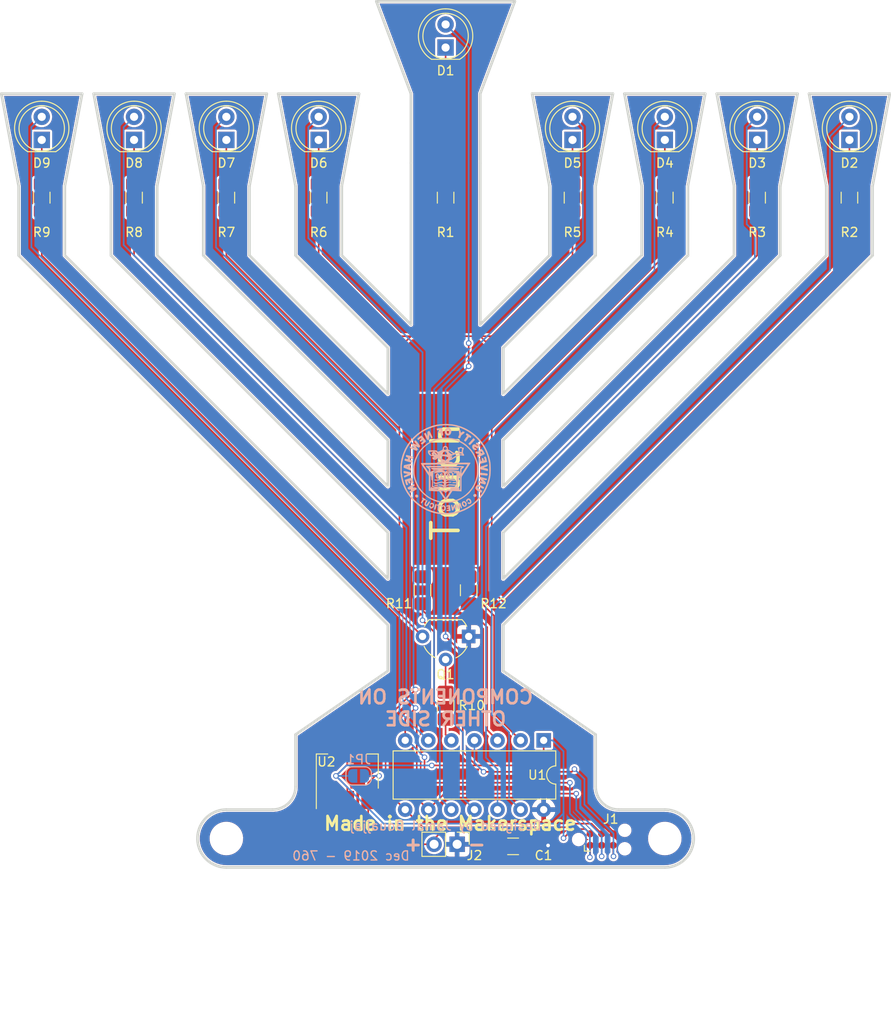
<source format=kicad_pcb>
(kicad_pcb (version 20190905) (host pcbnew "(5.99.0-126-g64b5e8bee)")
  (layers (0 "F.Cu" signal) (31 "B.Cu" signal) (34 "B.Paste" user) (35 "F.Paste" user) (36 "B.SilkS" user) (37 "F.SilkS" user) (38 "B.Mask" user hide) (39 "F.Mask" user hide) (44 "Edge.Cuts" user))
  (net 0 "")
  (net 1 "GND")
  (net 2 "Net-(D1-Pad1)")
  (net 3 "Net-(D2-Pad1)")
  (net 4 "Net-(D3-Pad1)")
  (net 5 "Net-(D4-Pad1)")
  (net 6 "Net-(D5-Pad1)")
  (net 7 "Net-(D6-Pad1)")
  (net 8 "Net-(D7-Pad1)")
  (net 9 "Net-(D8-Pad1)")
  (net 10 "Net-(D9-Pad1)")
  (net 11 "VCC")
  (net 12 "Net-(D2-Pad2)")
  (net 13 "Net-(D3-Pad2)")
  (net 14 "Net-(D4-Pad2)")
  (net 15 "Net-(D5-Pad2)")
  (net 16 "Net-(D6-Pad2)")
  (net 17 "Net-(D7-Pad2)")
  (net 18 "Net-(D8-Pad2)")
  (net 19 "Net-(D9-Pad2)")
  (net 20 "Net-(J1-Pad5)")
  (net 21 "Net-(Q1-Pad3)")
  (net 22 "Net-(Q1-Pad2)")
  (net 23 "Net-(R10-Pad1)")
  (net 24 "Net-(R11-Pad2)")
  (net 25 "CopperPad")
  (net 26 "Net-(R12-Pad2)")
  (net 27 "Net-(C1-Pad1)")
  (module "Package_TO_SOT_SMD:SOT-223-3_TabPin2" (layer "F.Cu") (at 136.5 120.25 90)
    (fp_text reference "U2" (at 1.05 -2.3 180) (layer "F.SilkS"))
    (fp_text value "NCP1117-5.0_SOT223")
    (pad "1" smd rect (at -3.15 -2.3 90) (size 2 1.5) (layers "F.Cu" "F.Paste" "F.Mask") (net 1 "GND"))
    (pad "3" smd rect (at -3.15 2.3 90) (size 2 1.5) (layers "F.Cu" "F.Paste" "F.Mask") (net 27 "Net-(C1-Pad1)"))
    (pad "2" smd rect (at -3.15 0 90) (size 2 1.5) (layers "F.Cu" "F.Paste" "F.Mask") (net 11 "VCC"))
    (pad "2" smd rect (at 3.15 0 90) (size 2 3.8) (layers "F.Cu" "F.Paste" "F.Mask") (net 11 "VCC"))
  )
  (module "Jumper:SolderJumper-2_P1.3mm_Open_RoundedPad1.0x1.5mm" (layer "B.Cu") (at 137.75 120.75 180)
    (fp_text reference "JP1" (at 0 1.8) (layer "B.SilkS") (effects (justify mirror)))
    (fp_text value "Jumper_2_Open")
    (pad "2" smd custom (at 0.65 0 180) (size 1 0.5) (layers "B.Cu" "B.Mask") (net 11 "VCC") (options (clearance outline) (anchor rect)) (primitives (gr_circle (center 0 -0.25) (end 0.5 -0.25) (width 0)) (gr_circle (center 0 0.25) (end 0.5 0.25) (width 0)) (gr_poly (pts (xy 0 0.75) (xy -0.5 0.75) (xy -0.5 -0.75) (xy 0 -0.75)) (width 0))))
    (pad "1" smd custom (at -0.65 0 180) (size 1 0.5) (layers "B.Cu" "B.Mask") (net 27 "Net-(C1-Pad1)") (options (clearance outline) (anchor rect)) (primitives (gr_circle (center 0 -0.25) (end 0.5 -0.25) (width 0)) (gr_circle (center 0 0.25) (end 0.5 0.25) (width 0)) (gr_poly (pts (xy 0 0.75) (xy 0.5 0.75) (xy 0.5 -0.75) (xy 0 -0.75)) (width 0))))
  )
  (module "Capacitor_SMD:C_1206_3216Metric_Pad1.42x1.75mm_HandSolder" (layer "F.Cu") (at 154.75 128.5)
    (fp_text reference "C1" (at 3.35 1) (layer "F.SilkS"))
    (fp_text value "10uF")
    (pad "2" smd roundrect (at 1.4875 0) (size 1.425 1.75) (layers "F.Cu" "F.Paste" "F.Mask") (roundrect_rratio 0.175439) (net 1 "GND"))
    (pad "1" smd roundrect (at -1.4875 0) (size 1.425 1.75) (layers "F.Cu" "F.Paste" "F.Mask") (roundrect_rratio 0.175439) (net 27 "Net-(C1-Pad1)"))
  )
  (module "Logo:UNH 10X10" (layer "B.Cu") (at 147.32 86.995 180)
    (fp_text reference "G***" hide)
    (fp_text value "LOGO" hide)
  )
  (module "Package_DIP:DIP-14_W7.62mm" (layer "F.Cu") (at 158.115 116.84 270)
    (fp_text reference "U1" (at 3.81 0.715 180) (layer "F.SilkS"))
    (fp_text value "ATtiny84-20PU")
    (pad "14" thru_hole oval (at 7.62 0 270) (size 1.6 1.6) (drill 0.8) (layers *.Cu *.Mask) (net 1 "GND"))
    (pad "7" thru_hole oval (at 0 15.24 270) (size 1.6 1.6) (drill 0.8) (layers *.Cu *.Mask) (net 18 "Net-(D8-Pad2)"))
    (pad "13" thru_hole oval (at 7.62 2.54 270) (size 1.6 1.6) (drill 0.8) (layers *.Cu *.Mask) (net 12 "Net-(D2-Pad2)"))
    (pad "6" thru_hole oval (at 0 12.7 270) (size 1.6 1.6) (drill 0.8) (layers *.Cu *.Mask) (net 19 "Net-(D9-Pad2)"))
    (pad "12" thru_hole oval (at 7.62 5.08 270) (size 1.6 1.6) (drill 0.8) (layers *.Cu *.Mask) (net 13 "Net-(D3-Pad2)"))
    (pad "5" thru_hole oval (at 0 10.16 270) (size 1.6 1.6) (drill 0.8) (layers *.Cu *.Mask) (net 23 "Net-(R10-Pad1)"))
    (pad "11" thru_hole oval (at 7.62 7.62 270) (size 1.6 1.6) (drill 0.8) (layers *.Cu *.Mask) (net 14 "Net-(D4-Pad2)"))
    (pad "4" thru_hole oval (at 0 7.62 270) (size 1.6 1.6) (drill 0.8) (layers *.Cu *.Mask) (net 20 "Net-(J1-Pad5)"))
    (pad "10" thru_hole oval (at 7.62 10.16 270) (size 1.6 1.6) (drill 0.8) (layers *.Cu *.Mask) (net 15 "Net-(D5-Pad2)"))
    (pad "3" thru_hole oval (at 0 5.08 270) (size 1.6 1.6) (drill 0.8) (layers *.Cu *.Mask) (net 24 "Net-(R11-Pad2)"))
    (pad "9" thru_hole oval (at 7.62 12.7 270) (size 1.6 1.6) (drill 0.8) (layers *.Cu *.Mask) (net 16 "Net-(D6-Pad2)"))
    (pad "2" thru_hole oval (at 0 2.54 270) (size 1.6 1.6) (drill 0.8) (layers *.Cu *.Mask) (net 26 "Net-(R12-Pad2)"))
    (pad "8" thru_hole oval (at 7.62 15.24 270) (size 1.6 1.6) (drill 0.8) (layers *.Cu *.Mask) (net 17 "Net-(D7-Pad2)"))
    (pad "1" thru_hole rect (at 0 0 270) (size 1.6 1.6) (drill 0.8) (layers *.Cu *.Mask) (net 11 "VCC"))
  )
  (module "Resistor_SMD:R_1206_3216Metric_Pad1.42x1.75mm_HandSolder" (layer "F.Cu") (at 149.86 100.33 270)
    (fp_text reference "R12" (at 1.47 -2.74 180) (layer "F.SilkS"))
    (fp_text value "R")
    (pad "2" smd roundrect (at 1.4875 0 270) (size 1.425 1.75) (layers "F.Cu" "F.Paste" "F.Mask") (roundrect_rratio 0.175439) (net 26 "Net-(R12-Pad2)"))
    (pad "1" smd roundrect (at -1.4875 0 270) (size 1.425 1.75) (layers "F.Cu" "F.Paste" "F.Mask") (roundrect_rratio 0.175439) (net 25 "CopperPad"))
  )
  (module "Resistor_SMD:R_1206_3216Metric_Pad1.42x1.75mm_HandSolder" (layer "F.Cu") (at 144.78 100.33 270)
    (fp_text reference "R11" (at 1.47 2.58 180) (layer "F.SilkS"))
    (fp_text value "R")
    (pad "2" smd roundrect (at 1.4875 0 270) (size 1.425 1.75) (layers "F.Cu" "F.Paste" "F.Mask") (roundrect_rratio 0.175439) (net 24 "Net-(R11-Pad2)"))
    (pad "1" smd roundrect (at -1.4875 0 270) (size 1.425 1.75) (layers "F.Cu" "F.Paste" "F.Mask") (roundrect_rratio 0.175439) (net 25 "CopperPad"))
  )
  (module "Resistor_SMD:R_1206_3216Metric_Pad1.42x1.75mm_HandSolder" (layer "F.Cu") (at 147.32 113.03 90)
    (fp_text reference "R10" (at 0.03 2.88 180) (layer "F.SilkS"))
    (fp_text value "R")
    (pad "2" smd roundrect (at 1.4875 0 90) (size 1.425 1.75) (layers "F.Cu" "F.Paste" "F.Mask") (roundrect_rratio 0.175439) (net 22 "Net-(Q1-Pad2)"))
    (pad "1" smd roundrect (at -1.4875 0 90) (size 1.425 1.75) (layers "F.Cu" "F.Paste" "F.Mask") (roundrect_rratio 0.175439) (net 23 "Net-(R10-Pad1)"))
  )
  (module "Resistor_SMD:R_1206_3216Metric_Pad1.42x1.75mm_HandSolder" (layer "F.Cu") (at 102.87 57.15 270)
    (fp_text reference "R9" (at 3.81 0 180) (layer "F.SilkS"))
    (fp_text value "R")
    (pad "2" smd roundrect (at 1.4875 0 270) (size 1.425 1.75) (layers "F.Cu" "F.Paste" "F.Mask") (roundrect_rratio 0.175439) (net 21 "Net-(Q1-Pad3)"))
    (pad "1" smd roundrect (at -1.4875 0 270) (size 1.425 1.75) (layers "F.Cu" "F.Paste" "F.Mask") (roundrect_rratio 0.175439) (net 10 "Net-(D9-Pad1)"))
  )
  (module "Resistor_SMD:R_1206_3216Metric_Pad1.42x1.75mm_HandSolder" (layer "F.Cu") (at 113.03 57.15 270)
    (fp_text reference "R8" (at 3.81 0 180) (layer "F.SilkS"))
    (fp_text value "R")
    (pad "2" smd roundrect (at 1.4875 0 270) (size 1.425 1.75) (layers "F.Cu" "F.Paste" "F.Mask") (roundrect_rratio 0.175439) (net 21 "Net-(Q1-Pad3)"))
    (pad "1" smd roundrect (at -1.4875 0 270) (size 1.425 1.75) (layers "F.Cu" "F.Paste" "F.Mask") (roundrect_rratio 0.175439) (net 9 "Net-(D8-Pad1)"))
  )
  (module "Resistor_SMD:R_1206_3216Metric_Pad1.42x1.75mm_HandSolder" (layer "F.Cu") (at 123.19 57.15 270)
    (fp_text reference "R7" (at 3.81 0 180) (layer "F.SilkS"))
    (fp_text value "R")
    (pad "2" smd roundrect (at 1.4875 0 270) (size 1.425 1.75) (layers "F.Cu" "F.Paste" "F.Mask") (roundrect_rratio 0.175439) (net 21 "Net-(Q1-Pad3)"))
    (pad "1" smd roundrect (at -1.4875 0 270) (size 1.425 1.75) (layers "F.Cu" "F.Paste" "F.Mask") (roundrect_rratio 0.175439) (net 8 "Net-(D7-Pad1)"))
  )
  (module "Resistor_SMD:R_1206_3216Metric_Pad1.42x1.75mm_HandSolder" (layer "F.Cu") (at 133.35 57.15 270)
    (fp_text reference "R6" (at 3.81 0 180) (layer "F.SilkS"))
    (fp_text value "R")
    (pad "2" smd roundrect (at 1.4875 0 270) (size 1.425 1.75) (layers "F.Cu" "F.Paste" "F.Mask") (roundrect_rratio 0.175439) (net 21 "Net-(Q1-Pad3)"))
    (pad "1" smd roundrect (at -1.4875 0 270) (size 1.425 1.75) (layers "F.Cu" "F.Paste" "F.Mask") (roundrect_rratio 0.175439) (net 7 "Net-(D6-Pad1)"))
  )
  (module "Resistor_SMD:R_1206_3216Metric_Pad1.42x1.75mm_HandSolder" (layer "F.Cu") (at 161.29 57.15 270)
    (fp_text reference "R5" (at 3.81 0 180) (layer "F.SilkS"))
    (fp_text value "R")
    (pad "2" smd roundrect (at 1.4875 0 270) (size 1.425 1.75) (layers "F.Cu" "F.Paste" "F.Mask") (roundrect_rratio 0.175439) (net 21 "Net-(Q1-Pad3)"))
    (pad "1" smd roundrect (at -1.4875 0 270) (size 1.425 1.75) (layers "F.Cu" "F.Paste" "F.Mask") (roundrect_rratio 0.175439) (net 6 "Net-(D5-Pad1)"))
  )
  (module "Resistor_SMD:R_1206_3216Metric_Pad1.42x1.75mm_HandSolder" (layer "F.Cu") (at 171.45 57.15 270)
    (fp_text reference "R4" (at 3.81 0 180) (layer "F.SilkS"))
    (fp_text value "R")
    (pad "2" smd roundrect (at 1.4875 0 270) (size 1.425 1.75) (layers "F.Cu" "F.Paste" "F.Mask") (roundrect_rratio 0.175439) (net 21 "Net-(Q1-Pad3)"))
    (pad "1" smd roundrect (at -1.4875 0 270) (size 1.425 1.75) (layers "F.Cu" "F.Paste" "F.Mask") (roundrect_rratio 0.175439) (net 5 "Net-(D4-Pad1)"))
  )
  (module "Resistor_SMD:R_1206_3216Metric_Pad1.42x1.75mm_HandSolder" (layer "F.Cu") (at 181.61 57.15 270)
    (fp_text reference "R3" (at 3.81 0 180) (layer "F.SilkS"))
    (fp_text value "R")
    (pad "2" smd roundrect (at 1.4875 0 270) (size 1.425 1.75) (layers "F.Cu" "F.Paste" "F.Mask") (roundrect_rratio 0.175439) (net 21 "Net-(Q1-Pad3)"))
    (pad "1" smd roundrect (at -1.4875 0 270) (size 1.425 1.75) (layers "F.Cu" "F.Paste" "F.Mask") (roundrect_rratio 0.175439) (net 4 "Net-(D3-Pad1)"))
  )
  (module "Resistor_SMD:R_1206_3216Metric_Pad1.42x1.75mm_HandSolder" (layer "F.Cu") (at 191.77 57.15 270)
    (fp_text reference "R2" (at 3.81 0 180) (layer "F.SilkS"))
    (fp_text value "R")
    (pad "2" smd roundrect (at 1.4875 0 270) (size 1.425 1.75) (layers "F.Cu" "F.Paste" "F.Mask") (roundrect_rratio 0.175439) (net 21 "Net-(Q1-Pad3)"))
    (pad "1" smd roundrect (at -1.4875 0 270) (size 1.425 1.75) (layers "F.Cu" "F.Paste" "F.Mask") (roundrect_rratio 0.175439) (net 3 "Net-(D2-Pad1)"))
  )
  (module "Resistor_SMD:R_1206_3216Metric_Pad1.42x1.75mm_HandSolder" (layer "F.Cu") (at 147.32 57.15 270)
    (fp_text reference "R1" (at 3.81 0 180) (layer "F.SilkS"))
    (fp_text value "R")
    (pad "2" smd roundrect (at 1.4875 0 270) (size 1.425 1.75) (layers "F.Cu" "F.Paste" "F.Mask") (roundrect_rratio 0.175439) (net 21 "Net-(Q1-Pad3)"))
    (pad "1" smd roundrect (at -1.4875 0 270) (size 1.425 1.75) (layers "F.Cu" "F.Paste" "F.Mask") (roundrect_rratio 0.175439) (net 2 "Net-(D1-Pad1)"))
  )
  (module "Package_TO_SOT_THT:TO-92_Wide" (layer "F.Cu") (at 149.86 105.41 180)
    (fp_text reference "Q1" (at 2.55 -4.19) (layer "F.SilkS"))
    (fp_text value "2N3904")
    (pad "1" thru_hole rect (at 0 0 270) (size 1.5 1.5) (drill 0.8) (layers *.Cu *.Mask) (net 1 "GND"))
    (pad "3" thru_hole circle (at 5.08 0 270) (size 1.5 1.5) (drill 0.8) (layers *.Cu *.Mask) (net 21 "Net-(Q1-Pad3)"))
    (pad "2" thru_hole circle (at 2.54 -2.54 270) (size 1.5 1.5) (drill 0.8) (layers *.Cu *.Mask) (net 22 "Net-(Q1-Pad2)"))
  )
  (module "Connector:Tag-Connect_TC2030-IDC-NL_2x03_P1.27mm_Vertical" (layer "F.Cu") (at 164.5 127.75)
    (fp_text reference "J1" (at 1 -2.25) (layer "F.SilkS"))
    (fp_text value "Programming")
    (pad "6" connect circle (at 1.27 -0.635) (size 0.7874 0.7874) (layers "F.Cu" "F.Mask") (net 1 "GND"))
    (pad "5" connect circle (at 1.27 0.635) (size 0.7874 0.7874) (layers "F.Cu" "F.Mask") (net 20 "Net-(J1-Pad5)"))
    (pad "4" connect circle (at 0 -0.635) (size 0.7874 0.7874) (layers "F.Cu" "F.Mask") (net 17 "Net-(D7-Pad2)"))
    (pad "3" connect circle (at 0 0.635) (size 0.7874 0.7874) (layers "F.Cu" "F.Mask") (net 16 "Net-(D6-Pad2)"))
    (pad "2" connect circle (at -1.27 -0.635) (size 0.7874 0.7874) (layers "F.Cu" "F.Mask") (net 11 "VCC"))
    (pad "1" connect circle (at -1.27 0.635) (size 0.7874 0.7874) (layers "F.Cu" "F.Mask") (net 18 "Net-(D8-Pad2)"))
    (pad "" np_thru_hole circle (at -2.54 0) (size 0.9906 0.9906) (drill 0.9906) (layers *.Cu *.Mask))
    (pad "" np_thru_hole circle (at 2.54 1.016) (size 0.9906 0.9906) (drill 0.9906) (layers *.Cu *.Mask))
    (pad "" np_thru_hole circle (at 2.54 -1.016) (size 0.9906 0.9906) (drill 0.9906) (layers *.Cu *.Mask))
  )
  (module "LED_THT:LED_D5.0mm" (layer "F.Cu") (at 102.87 50.8 90)
    (fp_text reference "D9" (at -2.54 0 180) (layer "F.SilkS"))
    (fp_text value "LED_ALT")
    (pad "2" thru_hole circle (at 2.54 0 90) (size 1.8 1.8) (drill 0.9) (layers *.Cu *.Mask) (net 19 "Net-(D9-Pad2)"))
    (pad "1" thru_hole rect (at 0 0 90) (size 1.8 1.8) (drill 0.9) (layers *.Cu *.Mask) (net 10 "Net-(D9-Pad1)"))
  )
  (module "LED_THT:LED_D5.0mm" (layer "F.Cu") (at 113.03 50.8 90)
    (fp_text reference "D8" (at -2.54 0 180) (layer "F.SilkS"))
    (fp_text value "LED_ALT")
    (pad "2" thru_hole circle (at 2.54 0 90) (size 1.8 1.8) (drill 0.9) (layers *.Cu *.Mask) (net 18 "Net-(D8-Pad2)"))
    (pad "1" thru_hole rect (at 0 0 90) (size 1.8 1.8) (drill 0.9) (layers *.Cu *.Mask) (net 9 "Net-(D8-Pad1)"))
  )
  (module "LED_THT:LED_D5.0mm" (layer "F.Cu") (at 123.19 50.8 90)
    (fp_text reference "D7" (at -2.54 0 180) (layer "F.SilkS"))
    (fp_text value "LED_ALT")
    (pad "2" thru_hole circle (at 2.54 0 90) (size 1.8 1.8) (drill 0.9) (layers *.Cu *.Mask) (net 17 "Net-(D7-Pad2)"))
    (pad "1" thru_hole rect (at 0 0 90) (size 1.8 1.8) (drill 0.9) (layers *.Cu *.Mask) (net 8 "Net-(D7-Pad1)"))
  )
  (module "LED_THT:LED_D5.0mm" (layer "F.Cu") (at 133.35 50.8 90)
    (fp_text reference "D6" (at -2.54 0 180) (layer "F.SilkS"))
    (fp_text value "LED_ALT")
    (pad "2" thru_hole circle (at 2.54 0 90) (size 1.8 1.8) (drill 0.9) (layers *.Cu *.Mask) (net 16 "Net-(D6-Pad2)"))
    (pad "1" thru_hole rect (at 0 0 90) (size 1.8 1.8) (drill 0.9) (layers *.Cu *.Mask) (net 7 "Net-(D6-Pad1)"))
  )
  (module "LED_THT:LED_D5.0mm" (layer "F.Cu") (at 161.29 50.8 90)
    (fp_text reference "D5" (at -2.54 0 180) (layer "F.SilkS"))
    (fp_text value "LED_ALT")
    (pad "2" thru_hole circle (at 2.54 0 90) (size 1.8 1.8) (drill 0.9) (layers *.Cu *.Mask) (net 15 "Net-(D5-Pad2)"))
    (pad "1" thru_hole rect (at 0 0 90) (size 1.8 1.8) (drill 0.9) (layers *.Cu *.Mask) (net 6 "Net-(D5-Pad1)"))
  )
  (module "LED_THT:LED_D5.0mm" (layer "F.Cu") (at 171.45 50.8 90)
    (fp_text reference "D4" (at -2.54 0 180) (layer "F.SilkS"))
    (fp_text value "LED_ALT")
    (pad "2" thru_hole circle (at 2.54 0 90) (size 1.8 1.8) (drill 0.9) (layers *.Cu *.Mask) (net 14 "Net-(D4-Pad2)"))
    (pad "1" thru_hole rect (at 0 0 90) (size 1.8 1.8) (drill 0.9) (layers *.Cu *.Mask) (net 5 "Net-(D4-Pad1)"))
  )
  (module "LED_THT:LED_D5.0mm" (layer "F.Cu") (at 181.61 50.8 90)
    (fp_text reference "D3" (at -2.54 0 180) (layer "F.SilkS"))
    (fp_text value "LED_ALT")
    (pad "2" thru_hole circle (at 2.54 0 90) (size 1.8 1.8) (drill 0.9) (layers *.Cu *.Mask) (net 13 "Net-(D3-Pad2)"))
    (pad "1" thru_hole rect (at 0 0 90) (size 1.8 1.8) (drill 0.9) (layers *.Cu *.Mask) (net 4 "Net-(D3-Pad1)"))
  )
  (module "LED_THT:LED_D5.0mm" (layer "F.Cu") (at 191.77 50.8 90)
    (fp_text reference "D2" (at -2.54 0 180) (layer "F.SilkS"))
    (fp_text value "LED_ALT")
    (pad "2" thru_hole circle (at 2.54 0 90) (size 1.8 1.8) (drill 0.9) (layers *.Cu *.Mask) (net 12 "Net-(D2-Pad2)"))
    (pad "1" thru_hole rect (at 0 0 90) (size 1.8 1.8) (drill 0.9) (layers *.Cu *.Mask) (net 3 "Net-(D2-Pad1)"))
  )
  (module "LED_THT:LED_D5.0mm" (layer "F.Cu") (at 147.32 40.64 90)
    (fp_text reference "D1" (at -2.54 0 180) (layer "F.SilkS"))
    (fp_text value "LED_ALT")
    (pad "2" thru_hole circle (at 2.54 0 90) (size 1.8 1.8) (drill 0.9) (layers *.Cu *.Mask) (net 11 "VCC"))
    (pad "1" thru_hole rect (at 0 0 90) (size 1.8 1.8) (drill 0.9) (layers *.Cu *.Mask) (net 2 "Net-(D1-Pad1)"))
  )
  (module "MountingHole:MountingHole_3.2mm_M3_DIN965" (layer "F.Cu") (at 171.45 127.635)
    (fp_text reference "H2" hide)
    (fp_text value "MountingHole")
    (pad "1" np_thru_hole circle (at 0 0) (size 3.2 3.2) (drill 3.2) (layers *.Cu *.Mask))
  )
  (module "MountingHole:MountingHole_3.2mm_M3_DIN965" (layer "F.Cu") (at 123.19 127.635)
    (fp_text reference "H1" hide)
    (fp_text value "MountingHole")
    (pad "1" np_thru_hole circle (at 0 0) (size 3.2 3.2) (drill 3.2) (layers *.Cu *.Mask))
  )
  (module "Connector_PinHeader_2.54mm:PinHeader_1x02_P2.54mm_Vertical" (layer "F.Cu") (at 148.59 128.27 270)
    (fp_text reference "J2" (at 1.23 -1.91 180) (layer "F.SilkS"))
    (fp_text value "Conn_01x02")
    (pad "2" thru_hole oval (at 0 2.54 270) (size 1.7 1.7) (drill 1) (layers *.Cu *.Mask) (net 27 "Net-(C1-Pad1)"))
    (pad "1" thru_hole rect (at 0 0 270) (size 1.7 1.7) (drill 1) (layers *.Cu *.Mask) (net 1 "GND"))
  )
  (gr_text "-" (at 150.75 128.25) (layer "F.SilkS") (effects (font (size 1.5 1.5) (thickness 0.3))))
  (gr_text "-" (at 150.75 128.25) (layer "B.SilkS") (effects (font (size 1.5 1.5) (thickness 0.3))))
  (gr_text "+" (at 143.75 128.25) (layer "B.SilkS") (effects (font (size 1.5 1.5) (thickness 0.3))))
  (gr_text "+" (at 143.75 128.25) (layer "F.SilkS") (effects (font (size 1.5 1.5) (thickness 0.3))))
  (gr_text "COMPONENTS ON\nOTHER SIDE" (at 147.32 113.284) (layer "B.SilkS") (effects (font (size 1.5 1.5) (thickness 0.3)) (justify mirror)))
  (gr_text "Made in the Makerspace" (at 147.828 125.984) (layer "F.SilkS") (effects (font (size 1.5 1.5) (thickness 0.3))))
  (gr_text "Touch" (at 147.32 88.392 90) (layer "F.SilkS") (effects (font (size 3 3) (thickness 0.4))))
  (gr_text "Designed by Jamal Bouajjaj" (at 147.32 126.238) (layer "B.SilkS") (effects (font (size 1 1)) (justify mirror)))
  (gr_text "Dec 2019 - 760" (at 136.906 129.54) (layer "B.SilkS") (effects (font (size 1 1)) (justify mirror)))
  (gr_line (start 128.27 124.460001) (end 123.19 124.46) (layer "Edge.Cuts") (width 0.3))
  (gr_arc (start 128.27 121.92) (end 128.27 124.460001) (angle -90) (layer "Edge.Cuts") (width 0.3))
  (gr_line (start 130.81 116.205) (end 130.810001 121.92) (layer "Edge.Cuts") (width 0.3))
  (gr_line (start 171.45 124.46) (end 166.37 124.46) (layer "Edge.Cuts") (width 0.3))
  (gr_arc (start 123.19 127.635) (end 123.19 124.46) (angle -180) (layer "Edge.Cuts") (width 0.3))
  (gr_arc (start 171.45 127.635) (end 171.45 130.81) (angle -180) (layer "Edge.Cuts") (width 0.3))
  (gr_arc (start 166.37 121.92) (end 163.83 121.92) (angle -90) (layer "Edge.Cuts") (width 0.3))
  (gr_line (start 153.67 109.22) (end 163.83 116.205) (layer "Edge.Cuts") (width 0.3))
  (gr_line (start 153.67 68.58) (end 151.13 71.12) (layer "Edge.Cuts") (width 0.3))
  (gr_line (start 140.97 68.58) (end 143.51 71.12) (layer "Edge.Cuts") (width 0.3))
  (gr_line (start 123.19 130.81) (end 171.45 130.81) (layer "Edge.Cuts") (width 0.3))
  (gr_line (start 140.97 109.22) (end 130.81 116.205) (layer "Edge.Cuts") (width 0.3))
  (gr_line (start 163.83 116.205) (end 163.83 121.92) (layer "Edge.Cuts") (width 0.3))
  (gr_line (start 153.67 104.14) (end 153.67 109.22) (layer "Edge.Cuts") (width 0.3))
  (gr_line (start 140.97 104.14) (end 140.97 109.22) (layer "Edge.Cuts") (width 0.3))
  (gr_line (start 140.97 93.98) (end 140.97 99.06) (layer "Edge.Cuts") (width 0.3))
  (gr_line (start 153.67 93.98) (end 153.67 99.06) (layer "Edge.Cuts") (width 0.3))
  (gr_line (start 153.67 83.82) (end 153.67 88.9) (layer "Edge.Cuts") (width 0.3))
  (gr_line (start 140.97 83.82) (end 140.97 88.9) (layer "Edge.Cuts") (width 0.3))
  (gr_line (start 140.97 73.66) (end 140.97 78.74) (layer "Edge.Cuts") (width 0.3))
  (gr_line (start 153.67 73.66) (end 153.67 78.74) (layer "Edge.Cuts") (width 0.3))
  (gr_line (start 153.67 104.14) (end 194.31 63.5) (layer "Edge.Cuts") (width 0.3))
  (gr_line (start 189.23 63.5) (end 153.67 99.06) (layer "Edge.Cuts") (width 0.3))
  (gr_line (start 153.67 93.98) (end 184.15 63.5) (layer "Edge.Cuts") (width 0.3))
  (gr_line (start 179.07 63.5) (end 153.67 88.9) (layer "Edge.Cuts") (width 0.3))
  (gr_line (start 173.99 63.5) (end 153.67 83.82) (layer "Edge.Cuts") (width 0.3))
  (gr_line (start 168.91 63.5) (end 153.67 78.74) (layer "Edge.Cuts") (width 0.3))
  (gr_line (start 194.31 55.88) (end 194.31 63.5) (layer "Edge.Cuts") (width 0.3))
  (gr_line (start 189.23 55.88) (end 189.23 63.5) (layer "Edge.Cuts") (width 0.3))
  (gr_line (start 184.15 55.88) (end 184.15 63.5) (layer "Edge.Cuts") (width 0.3))
  (gr_line (start 179.07 55.88) (end 179.07 63.5) (layer "Edge.Cuts") (width 0.3))
  (gr_line (start 173.99 55.88) (end 173.99 63.5) (layer "Edge.Cuts") (width 0.3))
  (gr_line (start 168.91 55.88) (end 168.91 63.5) (layer "Edge.Cuts") (width 0.3))
  (gr_line (start 110.49 55.88) (end 110.49 63.5) (layer "Edge.Cuts") (width 0.3))
  (gr_line (start 105.41 55.88) (end 105.41 63.5) (layer "Edge.Cuts") (width 0.3))
  (gr_line (start 110.49 63.5) (end 140.97 93.98) (layer "Edge.Cuts") (width 0.3))
  (gr_line (start 100.33 63.5) (end 140.97 104.14) (layer "Edge.Cuts") (width 0.3))
  (gr_line (start 105.41 63.5) (end 140.97 99.06) (layer "Edge.Cuts") (width 0.3))
  (gr_line (start 100.33 55.88) (end 100.33 63.5) (layer "Edge.Cuts") (width 0.3))
  (gr_line (start 115.57 63.5) (end 140.97 88.9) (layer "Edge.Cuts") (width 0.3))
  (gr_line (start 115.57 55.88) (end 115.57 63.5) (layer "Edge.Cuts") (width 0.3))
  (gr_line (start 120.65 63.5) (end 140.97 83.82) (layer "Edge.Cuts") (width 0.3))
  (gr_line (start 120.65 55.88) (end 120.65 63.5) (layer "Edge.Cuts") (width 0.3))
  (gr_line (start 125.73 63.5) (end 140.97 78.74) (layer "Edge.Cuts") (width 0.3))
  (gr_line (start 125.73 55.88) (end 125.73 63.5) (layer "Edge.Cuts") (width 0.3))
  (gr_line (start 130.81 63.5) (end 140.97 73.66) (layer "Edge.Cuts") (width 0.3))
  (gr_line (start 130.81 55.88) (end 130.81 63.5) (layer "Edge.Cuts") (width 0.3))
  (gr_line (start 163.83 63.5) (end 153.67 73.66) (layer "Edge.Cuts") (width 0.3))
  (gr_line (start 163.83 55.88) (end 163.83 63.5) (layer "Edge.Cuts") (width 0.3))
  (gr_line (start 158.75 63.5) (end 158.75 55.88) (layer "Edge.Cuts") (width 0.3))
  (gr_line (start 153.67 68.58) (end 158.75 63.5) (layer "Edge.Cuts") (width 0.3))
  (gr_line (start 151.13 53.34) (end 151.13 71.12) (layer "Edge.Cuts") (width 0.3))
  (gr_line (start 143.51 71.12) (end 143.51 53.34) (layer "Edge.Cuts") (width 0.3))
  (gr_line (start 135.89 63.5) (end 140.97 68.58) (layer "Edge.Cuts") (width 0.3))
  (gr_line (start 135.89 55.88) (end 135.89 63.5) (layer "Edge.Cuts") (width 0.3))
  (gr_line (start 135.89 55.88) (end 137.795 45.72) (layer "Edge.Cuts") (width 0.3))
  (gr_line (start 128.905 45.72) (end 130.81 55.88) (layer "Edge.Cuts") (width 0.3))
  (gr_line (start 143.51 45.72) (end 143.51 53.34) (layer "Edge.Cuts") (width 0.3))
  (gr_line (start 139.7 35.56) (end 143.51 45.72) (layer "Edge.Cuts") (width 0.3))
  (gr_line (start 154.94 35.56) (end 139.7 35.56) (layer "Edge.Cuts") (width 0.3))
  (gr_line (start 151.13 45.72) (end 151.13 53.34) (layer "Edge.Cuts") (width 0.3))
  (gr_line (start 154.94 35.56) (end 151.13 45.72) (layer "Edge.Cuts") (width 0.3))
  (gr_line (start 98.425 45.72) (end 100.33 55.88) (layer "Edge.Cuts") (width 0.3))
  (gr_line (start 107.315 45.72) (end 98.425 45.72) (layer "Edge.Cuts") (width 0.3))
  (gr_line (start 105.41 55.88) (end 107.315 45.72) (layer "Edge.Cuts") (width 0.3))
  (gr_line (start 108.585 45.72) (end 110.49 55.88) (layer "Edge.Cuts") (width 0.3))
  (gr_line (start 117.475 45.72) (end 108.585 45.72) (layer "Edge.Cuts") (width 0.3))
  (gr_line (start 115.57 55.88) (end 117.475 45.72) (layer "Edge.Cuts") (width 0.3))
  (gr_line (start 118.745 45.72) (end 120.65 55.88) (layer "Edge.Cuts") (width 0.3))
  (gr_line (start 127.635 45.72) (end 118.745 45.72) (layer "Edge.Cuts") (width 0.3))
  (gr_line (start 125.73 55.88) (end 127.635 45.72) (layer "Edge.Cuts") (width 0.3))
  (gr_line (start 137.795 45.72) (end 128.905 45.72) (layer "Edge.Cuts") (width 0.3))
  (gr_line (start 156.845 45.72) (end 158.75 55.88) (layer "Edge.Cuts") (width 0.3))
  (gr_line (start 165.735 45.72) (end 156.845 45.72) (layer "Edge.Cuts") (width 0.3))
  (gr_line (start 163.83 55.88) (end 165.735 45.72) (layer "Edge.Cuts") (width 0.3))
  (gr_line (start 196.215 45.72) (end 194.31 55.88) (layer "Edge.Cuts") (width 0.3))
  (gr_line (start 187.325 45.72) (end 196.215 45.72) (layer "Edge.Cuts") (width 0.3))
  (gr_line (start 189.23 55.88) (end 187.325 45.72) (layer "Edge.Cuts") (width 0.3))
  (gr_line (start 186.055 45.72) (end 184.15 55.88) (layer "Edge.Cuts") (width 0.3))
  (gr_line (start 177.165 45.72) (end 186.055 45.72) (layer "Edge.Cuts") (width 0.3))
  (gr_line (start 179.07 55.88) (end 177.165 45.72) (layer "Edge.Cuts") (width 0.3))
  (gr_line (start 175.895 45.72) (end 173.99 55.88) (layer "Edge.Cuts") (width 0.3))
  (gr_line (start 167.005 45.72) (end 175.895 45.72) (layer "Edge.Cuts") (width 0.3))
  (gr_line (start 167.005 45.72) (end 168.91 55.88) (layer "Edge.Cuts") (width 0.3))
  (segment (start 146.05 127.7) (end 147 126.75) (width 0.18) (layer "F.Cu") (net 27))
  (segment (start 146.05 128.27) (end 146.05 127.7) (width 0.18) (layer "F.Cu") (net 27))
  (segment (start 147 126.75) (end 151.75 126.75) (width 0.18) (layer "F.Cu") (net 27))
  (segment (start 151.75 126.75) (end 153.2625 128.2625) (width 0.18) (layer "F.Cu") (net 27))
  (segment (start 153.2625 128.2625) (end 153.2625 128.5) (width 0.18) (layer "F.Cu") (net 27))
  (segment (start 138.8 127.116) (end 139.954 128.27) (width 0.18) (layer "F.Cu") (net 27))
  (segment (start 138.8 123.4) (end 138.8 127.116) (width 0.18) (layer "F.Cu") (net 27))
  (segment (start 139.954 128.27) (end 143.51 128.27) (width 0.18) (layer "F.Cu") (net 27))
  (segment (start 146.2 119.6) (end 145.8 119.6) (width 0.18) (layer "F.Cu") (net 11))
  (segment (start 146.224264 119.6) (end 146.2 119.6) (width 0.18) (layer "F.Cu") (net 11))
  (segment (start 150.7 119.6) (end 146.2 119.6) (width 0.18) (layer "F.Cu") (net 11))
  (segment (start 149.2 118.1) (end 149.225 118.11) (width 0.18) (layer "F.Cu") (net 11))
  (segment (start 149.225 107.315) (end 149.2 118.1) (width 0.18) (layer "F.Cu") (net 11))
  (segment (start 158.115 116.84) (end 158.115 118.491) (width 0.18) (layer "F.Cu") (net 11))
  (segment (start 158.115 118.491) (end 157.006 119.6) (width 0.18) (layer "F.Cu") (net 11))
  (segment (start 157.006 119.6) (end 150.7 119.6) (width 0.18) (layer "F.Cu") (net 11))
  (segment (start 150.7 119.6) (end 149.2 118.1) (width 0.18) (layer "F.Cu") (net 11))
  (segment (start 136.4 119.6) (end 145.8 119.6) (width 0.18) (layer "B.Cu") (net 11))
  (segment (start 135.25 120.75) (end 136.4 119.6) (width 0.18) (layer "B.Cu") (net 11))
  (via (at 145.8 119.6) (size 0.6) (drill 0.4) (layers "F.Cu" "B.Cu") (net 11))
  (segment (start 145 118.7) (end 143.14 116.84) (width 0.18) (layer "B.Cu") (net 18))
  (segment (start 143.14 116.84) (end 142.875 116.84) (width 0.18) (layer "B.Cu") (net 18))
  (segment (start 145 120.7) (end 145 118.7) (width 0.18) (layer "F.Cu") (net 18))
  (segment (start 145.8 121.5) (end 145 120.7) (width 0.18) (layer "F.Cu") (net 18))
  (via (at 145 118.7) (size 0.6) (drill 0.4) (layers "F.Cu" "B.Cu") (net 18))
  (segment (start 161 121.5) (end 145.8 121.5) (width 0.18) (layer "F.Cu") (net 18))
  (segment (start 161 124.9) (end 161 121.5) (width 0.18) (layer "B.Cu") (net 18))
  (segment (start 163.2 127.1) (end 161 124.9) (width 0.18) (layer "B.Cu") (net 18))
  (via (at 161 121.5) (size 0.6) (drill 0.4) (layers "F.Cu" "B.Cu") (net 18))
  (segment (start 163.2 129.7) (end 163.2 127.1) (width 0.18) (layer "B.Cu") (net 18))
  (segment (start 163.23 129.67) (end 163.2 129.7) (width 0.18) (layer "F.Cu") (net 18))
  (segment (start 163.23 128.385) (end 163.23 129.67) (width 0.18) (layer "F.Cu") (net 18))
  (via (at 163.2 129.7) (size 0.6) (drill 0.4) (layers "F.Cu" "B.Cu") (net 18))
  (segment (start 164.5 127.3) (end 161.7 124.5) (width 0.18) (layer "B.Cu") (net 16))
  (segment (start 161.7 124.5) (end 161.7 123.124264) (width 0.18) (layer "B.Cu") (net 16))
  (segment (start 145.415 124.46) (end 147.175 122.7) (width 0.18) (layer "F.Cu") (net 16))
  (segment (start 161.7 123.124264) (end 161.7 122.7) (width 0.18) (layer "B.Cu") (net 16))
  (segment (start 161.275736 122.7) (end 161.7 122.7) (width 0.18) (layer "F.Cu") (net 16))
  (segment (start 147.175 122.7) (end 161.275736 122.7) (width 0.18) (layer "F.Cu") (net 16))
  (segment (start 164.5 129.6) (end 164.5 127.3) (width 0.18) (layer "B.Cu") (net 16))
  (via (at 161.7 122.7) (size 0.6) (drill 0.4) (layers "F.Cu" "B.Cu") (net 16))
  (segment (start 164.5 128.385) (end 164.5 129.6) (width 0.18) (layer "F.Cu") (net 16))
  (via (at 164.5 129.6) (size 0.6) (drill 0.4) (layers "F.Cu" "B.Cu") (net 16))
  (segment (start 151.5 120.3) (end 150.495 119.295) (width 0.18) (layer "B.Cu") (net 20))
  (segment (start 150.495 119.295) (end 150.495 116.84) (width 0.18) (layer "B.Cu") (net 20))
  (segment (start 161.2 120.3) (end 151.5 120.3) (width 0.18) (layer "F.Cu") (net 20))
  (segment (start 161.5 120) (end 161.2 120.3) (width 0.18) (layer "F.Cu") (net 20))
  (via (at 151.5 120.3) (size 0.6) (drill 0.4) (layers "F.Cu" "B.Cu") (net 20))
  (segment (start 162.6 121.1) (end 161.5 120) (width 0.18) (layer "B.Cu") (net 20))
  (segment (start 162.6 123.9) (end 162.6 121.1) (width 0.18) (layer "B.Cu") (net 20))
  (via (at 161.5 120) (size 0.6) (drill 0.4) (layers "F.Cu" "B.Cu") (net 20))
  (segment (start 165.8 127.1) (end 162.6 123.9) (width 0.18) (layer "B.Cu") (net 20))
  (segment (start 165.8 129.6) (end 165.8 127.1) (width 0.18) (layer "B.Cu") (net 20))
  (segment (start 165.77 129.57) (end 165.8 129.6) (width 0.18) (layer "F.Cu") (net 20))
  (segment (start 165.77 128.385) (end 165.77 129.57) (width 0.18) (layer "F.Cu") (net 20))
  (via (at 165.8 129.6) (size 0.6) (drill 0.4) (layers "F.Cu" "B.Cu") (net 20))
  (segment (start 159.095 116.84) (end 160.3 118.045) (width 0.18) (layer "B.Cu") (net 11))
  (segment (start 158.115 116.84) (end 159.095 116.84) (width 0.18) (layer "B.Cu") (net 11))
  (segment (start 160.3 118.045) (end 160.3 124.8785) (width 0.18) (layer "B.Cu") (net 11))
  (segment (start 160.3 124.8785) (end 160.3 124.6) (width 0.18) (layer "B.Cu") (net 11))
  (segment (start 160.18925 124.98925) (end 160.3 124.8785) (width 0.18) (layer "B.Cu") (net 11))
  (segment (start 160.3 124.6) (end 160.3 127.6) (width 0.18) (layer "B.Cu") (net 11))
  (segment (start 162.715 126.6) (end 161.3 126.6) (width 0.18) (layer "F.Cu") (net 11))
  (segment (start 163.23 127.115) (end 162.715 126.6) (width 0.18) (layer "F.Cu") (net 11))
  (segment (start 161.3 126.6) (end 160.599999 127.300001) (width 0.18) (layer "F.Cu") (net 11))
  (segment (start 160.599999 127.300001) (end 160.3 127.6) (width 0.18) (layer "F.Cu") (net 11))
  (via (at 160.3 127.6) (size 0.6) (drill 0.4) (layers "F.Cu" "B.Cu") (net 11))
  (segment (start 160.18925 124.98925) (end 159.1785 126) (width 0.18) (layer "B.Cu") (net 11))
  (segment (start 161 126) (end 163.385 126) (width 0.18) (layer "F.Cu") (net 17))
  (segment (start 163.385 126) (end 164.5 127.115) (width 0.18) (layer "F.Cu") (net 17))
  (segment (start 160.6 126.4) (end 161 126) (width 0.18) (layer "F.Cu") (net 17))
  (segment (start 144.815 126.4) (end 160.6 126.4) (width 0.18) (layer "F.Cu") (net 17))
  (segment (start 142.875 124.46) (end 144.815 126.4) (width 0.18) (layer "F.Cu") (net 17))
  (segment (start 140.5 126) (end 135.549999 121.049999) (width 0.18) (layer "B.Cu") (net 11))
  (segment (start 135.549999 121.049999) (end 135.25 120.75) (width 0.18) (layer "B.Cu") (net 11))
  (segment (start 159.1785 126) (end 140.5 126) (width 0.18) (layer "B.Cu") (net 11))
  (segment (start 136.5 119.5) (end 135.549999 120.450001) (width 0.18) (layer "F.Cu") (net 11))
  (segment (start 136.5 117.1) (end 136.5 119.5) (width 0.18) (layer "F.Cu") (net 11))
  (segment (start 135.549999 120.450001) (end 135.25 120.75) (width 0.18) (layer "F.Cu") (net 11))
  (segment (start 136.5 123.4) (end 136.5 122) (width 0.18) (layer "F.Cu") (net 11))
  (segment (start 137.1 120.75) (end 135.25 120.75) (width 0.18) (layer "B.Cu") (net 11))
  (segment (start 136.5 122) (end 135.25 120.75) (width 0.18) (layer "F.Cu") (net 11))
  (via (at 135.25 120.75) (size 0.6) (drill 0.4) (layers "F.Cu" "B.Cu") (net 11))
  (segment (start 138.7625 123.4375) (end 138.8 123.4) (width 0.18) (layer "F.Cu") (net 27))
  (segment (start 140 120.75) (end 139.575736 120.75) (width 0.18) (layer "F.Cu") (net 27))
  (segment (start 139.575736 120.75) (end 138.8 121.525736) (width 0.18) (layer "F.Cu") (net 27))
  (segment (start 138.8 121.525736) (end 138.8 122.22) (width 0.18) (layer "F.Cu") (net 27))
  (segment (start 138.8 122.22) (end 138.8 123.4) (width 0.18) (layer "F.Cu") (net 27))
  (segment (start 138.4 120.75) (end 140 120.75) (width 0.18) (layer "B.Cu") (net 27))
  (via (at 140 120.75) (size 0.6) (drill 0.4) (layers "F.Cu" "B.Cu") (net 27))
  (via (at 158.6 128.4) (size 0.6) (drill 0.4) (layers "F.Cu" "B.Cu") (net 1))
  (segment (start 146.03 128.25) (end 146.05 128.27) (width 0.18) (layer "F.Cu") (net 27))
  (segment (start 142.875 114.427) (end 142.875 115.70863) (width 0.18) (layer "F.Cu") (net 18))
  (segment (start 144.018 113.284) (end 142.875 114.427) (width 0.18) (layer "F.Cu") (net 18))
  (segment (start 142.875 115.70863) (end 142.875 116.84) (width 0.18) (layer "F.Cu") (net 18))
  (segment (start 144.145 123.19) (end 144.145 114.935) (width 0.18) (layer "F.Cu") (net 16))
  (segment (start 145.415 124.46) (end 144.145 123.19) (width 0.18) (layer "F.Cu") (net 16))
  (segment (start 144.145 114.935) (end 146.05 113.03) (width 0.18) (layer "F.Cu") (net 16))
  (segment (start 146.05 113.03) (end 146.05 104.902) (width 0.18) (layer "F.Cu") (net 16))
  (segment (start 146.05 104.902) (end 145.079999 103.931999) (width 0.18) (layer "F.Cu") (net 16))
  (segment (start 145.079999 103.931999) (end 144.78 103.632) (width 0.18) (layer "F.Cu") (net 16))
  (segment (start 132.209999 61.597999) (end 144.78 74.168) (width 0.18) (layer "B.Cu") (net 16))
  (segment (start 144.78 74.168) (end 144.78 103.207736) (width 0.18) (layer "B.Cu") (net 16))
  (segment (start 132.209999 49.400001) (end 132.209999 61.597999) (width 0.18) (layer "B.Cu") (net 16))
  (segment (start 133.35 48.26) (end 132.209999 49.400001) (width 0.18) (layer "B.Cu") (net 16))
  (segment (start 144.78 103.207736) (end 144.78 103.632) (width 0.18) (layer "B.Cu") (net 16))
  (via (at 144.78 103.632) (size 0.6) (drill 0.4) (layers "F.Cu" "B.Cu") (net 16))
  (segment (start 147.32 78.232) (end 149.86 75.692) (width 0.18) (layer "B.Cu") (net 11))
  (segment (start 147.32 105.41) (end 147.32 78.232) (width 0.18) (layer "B.Cu") (net 11))
  (segment (start 149.86 73.152) (end 149.86 75.692) (width 0.18) (layer "F.Cu") (net 11))
  (via (at 149.86 75.692) (size 0.6) (drill 0.4) (layers "F.Cu" "B.Cu") (net 11))
  (segment (start 147.32 38.1) (end 149.86 40.64) (width 0.18) (layer "B.Cu") (net 11))
  (segment (start 149.86 40.64) (end 149.86 73.152) (width 0.18) (layer "B.Cu") (net 11))
  (via (at 149.86 73.152) (size 0.6) (drill 0.4) (layers "F.Cu" "B.Cu") (net 11))
  (segment (start 145.542 72.39) (end 148.844 72.39) (width 0.18) (layer "F.Cu") (net 21))
  (segment (start 143.51 72.39) (end 145.542 72.39) (width 0.18) (layer "F.Cu") (net 21))
  (segment (start 147.32 70.866) (end 145.796 72.39) (width 0.18) (layer "F.Cu") (net 21))
  (segment (start 145.796 72.39) (end 145.542 72.39) (width 0.18) (layer "F.Cu") (net 21))
  (segment (start 151.13 72.39) (end 152.4 72.39) (width 0.18) (layer "F.Cu") (net 21))
  (segment (start 152.4 72.39) (end 152.4 73.66) (width 0.18) (layer "F.Cu") (net 21))
  (segment (start 151.765 73.025) (end 152.4 73.66) (width 0.18) (layer "F.Cu") (net 21))
  (segment (start 151.13 72.39) (end 151.765 73.025) (width 0.18) (layer "F.Cu") (net 21))
  (segment (start 152.4 72.39) (end 151.765 73.025) (width 0.18) (layer "F.Cu") (net 21))
  (segment (start 142.875 73.025) (end 142.24 73.66) (width 0.18) (layer "F.Cu") (net 21))
  (segment (start 143.51 72.39) (end 142.875 73.025) (width 0.18) (layer "F.Cu") (net 21))
  (segment (start 142.24 72.39) (end 142.875 73.025) (width 0.18) (layer "F.Cu") (net 21))
  (segment (start 142.24 72.39) (end 143.51 72.39) (width 0.18) (layer "F.Cu") (net 21))
  (segment (start 142.24 72.39) (end 142.24 73.66) (width 0.18) (layer "F.Cu") (net 21))
  (segment (start 142.24 73.66) (end 142.24 82.55) (width 0.18) (layer "F.Cu") (net 21))
  (segment (start 148.844 72.39) (end 151.13 72.39) (width 0.18) (layer "F.Cu") (net 21))
  (segment (start 152.4 73.66) (end 152.4 82.55) (width 0.18) (layer "F.Cu") (net 21))
  (segment (start 147.32 105.41) (end 149.225 107.315) (width 0.18) (layer "F.Cu") (net 11))
  (segment (start 181.61 55.6625) (end 181.61 50.8) (width 0.18) (layer "F.Cu") (net 4))
  (segment (start 191.77 50.8) (end 191.77 55.6625) (width 0.18) (layer "F.Cu") (net 3))
  (segment (start 171.45 55.6625) (end 171.45 50.8) (width 0.18) (layer "F.Cu") (net 5))
  (segment (start 161.29 55.6625) (end 161.29 54.95) (width 0.18) (layer "F.Cu") (net 6))
  (segment (start 161.29 54.95) (end 161.29 50.8) (width 0.18) (layer "F.Cu") (net 6))
  (segment (start 133.35 55.6625) (end 133.35 54.95) (width 0.18) (layer "F.Cu") (net 7))
  (segment (start 133.35 54.95) (end 133.35 50.8) (width 0.18) (layer "F.Cu") (net 7))
  (segment (start 102.87 55.6625) (end 102.87 54.95) (width 0.18) (layer "F.Cu") (net 10))
  (segment (start 102.87 54.95) (end 102.87 50.8) (width 0.18) (layer "F.Cu") (net 10))
  (segment (start 113.03 55.6625) (end 113.03 54.95) (width 0.18) (layer "F.Cu") (net 9))
  (segment (start 113.03 54.95) (end 113.03 50.8) (width 0.18) (layer "F.Cu") (net 9))
  (segment (start 123.19 55.6625) (end 123.19 50.8) (width 0.18) (layer "F.Cu") (net 8))
  (segment (start 142.621 124.714) (end 142.875 124.46) (width 0.18) (layer "B.Cu") (net 17))
  (segment (start 148.336 103.124) (end 148.336 115.062) (width 0.18) (layer "B.Cu") (net 14))
  (segment (start 150.876 100.584) (end 148.336 103.124) (width 0.18) (layer "B.Cu") (net 14))
  (segment (start 150.876 84.582) (end 150.876 100.584) (width 0.18) (layer "B.Cu") (net 14))
  (segment (start 148.336 115.062) (end 149.225 115.951) (width 0.18) (layer "B.Cu") (net 14))
  (segment (start 170.309999 65.148001) (end 150.876 84.582) (width 0.18) (layer "B.Cu") (net 14))
  (segment (start 171.45 48.26) (end 170.309999 49.400001) (width 0.18) (layer "B.Cu") (net 14))
  (segment (start 170.309999 49.400001) (end 170.309999 65.148001) (width 0.18) (layer "B.Cu") (net 14))
  (segment (start 149.225 115.951) (end 149.225 123.19) (width 0.18) (layer "B.Cu") (net 14))
  (segment (start 149.225 123.19) (end 150.495 124.46) (width 0.18) (layer "B.Cu") (net 14))
  (segment (start 146.685 113.157) (end 146.685 123.19) (width 0.18) (layer "B.Cu") (net 15))
  (segment (start 146.05 112.522) (end 146.685 113.157) (width 0.18) (layer "B.Cu") (net 15))
  (segment (start 146.05 78.232) (end 146.05 112.522) (width 0.18) (layer "B.Cu") (net 15))
  (segment (start 162.430001 61.851999) (end 146.05 78.232) (width 0.18) (layer "B.Cu") (net 15))
  (segment (start 161.29 48.26) (end 162.430001 49.400001) (width 0.18) (layer "B.Cu") (net 15))
  (segment (start 162.430001 49.400001) (end 162.430001 61.851999) (width 0.18) (layer "B.Cu") (net 15))
  (segment (start 146.685 123.19) (end 147.955 124.46) (width 0.18) (layer "B.Cu") (net 15))
  (segment (start 154.305 115.951) (end 154.305 123.19) (width 0.18) (layer "B.Cu") (net 12))
  (segment (start 189.62001 50.40999) (end 189.62001 65.14199) (width 0.18) (layer "B.Cu") (net 12))
  (segment (start 152.4 114.046) (end 154.305 115.951) (width 0.18) (layer "B.Cu") (net 12))
  (segment (start 152.4 102.362) (end 152.4 114.046) (width 0.18) (layer "B.Cu") (net 12))
  (segment (start 189.62001 65.14199) (end 152.4 102.362) (width 0.18) (layer "B.Cu") (net 12))
  (segment (start 191.77 48.26) (end 189.62001 50.40999) (width 0.18) (layer "B.Cu") (net 12))
  (segment (start 154.305 123.19) (end 155.575 124.46) (width 0.18) (layer "B.Cu") (net 12))
  (segment (start 151.765 93.345) (end 151.765 118.745) (width 0.18) (layer "B.Cu") (net 13))
  (segment (start 181.61 48.26) (end 180.469999 49.400001) (width 0.18) (layer "B.Cu") (net 13))
  (segment (start 181.356 63.754) (end 151.765 93.345) (width 0.18) (layer "B.Cu") (net 13))
  (segment (start 181.356 60.96) (end 181.356 63.754) (width 0.18) (layer "B.Cu") (net 13))
  (segment (start 180.469999 60.073999) (end 181.356 60.96) (width 0.18) (layer "B.Cu") (net 13))
  (segment (start 180.469999 49.400001) (end 180.469999 60.073999) (width 0.18) (layer "B.Cu") (net 13))
  (segment (start 151.765 118.745) (end 153.035 120.015) (width 0.18) (layer "B.Cu") (net 13))
  (segment (start 153.035 120.015) (end 153.035 124.46) (width 0.18) (layer "B.Cu") (net 13))
  (segment (start 143.789999 84.607999) (end 143.789999 111.023999) (width 0.18) (layer "B.Cu") (net 17))
  (segment (start 143.764 84.582) (end 143.789999 84.607999) (width 0.18) (layer "B.Cu") (net 17))
  (segment (start 143.764 84.328) (end 143.764 84.582) (width 0.18) (layer "B.Cu") (net 17))
  (segment (start 122.049999 62.613999) (end 143.764 84.328) (width 0.18) (layer "B.Cu") (net 17))
  (segment (start 123.19 48.26) (end 122.049999 49.400001) (width 0.18) (layer "B.Cu") (net 17))
  (segment (start 122.049999 49.400001) (end 122.049999 62.613999) (width 0.18) (layer "B.Cu") (net 17))
  (segment (start 143.789999 111.023999) (end 144.018 111.252) (width 0.18) (layer "B.Cu") (net 17))
  (segment (start 147.32 116.205) (end 147.955 116.84) (width 0.18) (layer "F.Cu") (net 23))
  (segment (start 147.32 114.5175) (end 147.32 116.205) (width 0.18) (layer "F.Cu") (net 23))
  (segment (start 149.86 101.8175) (end 151.3475 101.8175) (width 0.18) (layer "F.Cu") (net 26))
  (segment (start 151.3475 101.8175) (end 152.654 103.124) (width 0.18) (layer "F.Cu") (net 26))
  (segment (start 152.654 113.919) (end 155.575 116.84) (width 0.18) (layer "F.Cu") (net 26))
  (segment (start 152.654 103.124) (end 152.654 113.919) (width 0.18) (layer "F.Cu") (net 26))
  (segment (start 153.035 116.84) (end 151.892 115.697) (width 0.18) (layer "F.Cu") (net 24))
  (segment (start 151.892 115.697) (end 151.892 104.394) (width 0.18) (layer "F.Cu") (net 24))
  (segment (start 151.892 104.394) (end 150.876 103.378) (width 0.18) (layer "F.Cu") (net 24))
  (segment (start 144.78 102.53) (end 144.78 101.8175) (width 0.18) (layer "F.Cu") (net 24))
  (segment (start 145.628 103.378) (end 144.78 102.53) (width 0.18) (layer "F.Cu") (net 24))
  (segment (start 150.876 103.378) (end 145.628 103.378) (width 0.18) (layer "F.Cu") (net 24))
  (segment (start 147.32 107.95) (end 147.32 111.5425) (width 0.18) (layer "F.Cu") (net 22))
  (segment (start 102.87 58.6375) (end 102.87 63.5) (width 0.18) (layer "F.Cu") (net 21))
  (segment (start 102.87 63.5) (end 140.97 101.6) (width 0.18) (layer "F.Cu") (net 21))
  (segment (start 142.24 92.71) (end 142.24 102.87) (width 0.18) (layer "F.Cu") (net 21))
  (segment (start 113.03 63.5) (end 142.24 92.71) (width 0.18) (layer "F.Cu") (net 21))
  (segment (start 113.03 58.6375) (end 113.03 63.5) (width 0.18) (layer "F.Cu") (net 21))
  (segment (start 140.97 101.6) (end 142.24 102.87) (width 0.18) (layer "F.Cu") (net 21))
  (segment (start 142.24 102.87) (end 144.78 105.41) (width 0.18) (layer "F.Cu") (net 21))
  (segment (start 142.24 82.55) (end 142.24 92.71) (width 0.18) (layer "F.Cu") (net 21))
  (segment (start 123.19 58.6375) (end 123.19 63.5) (width 0.18) (layer "F.Cu") (net 21))
  (segment (start 123.19 63.5) (end 142.24 82.55) (width 0.18) (layer "F.Cu") (net 21))
  (segment (start 133.35 58.6375) (end 133.35 63.5) (width 0.18) (layer "F.Cu") (net 21))
  (segment (start 133.35 63.5) (end 142.24 72.39) (width 0.18) (layer "F.Cu") (net 21))
  (segment (start 181.61 63.5) (end 181.61 58.6375) (width 0.18) (layer "F.Cu") (net 21))
  (segment (start 152.4 92.71) (end 181.61 63.5) (width 0.18) (layer "F.Cu") (net 21))
  (segment (start 152.4 100.33) (end 152.4 92.71) (width 0.18) (layer "F.Cu") (net 21))
  (segment (start 153.67 101.6) (end 152.4 100.33) (width 0.18) (layer "F.Cu") (net 21))
  (segment (start 191.77 58.6375) (end 191.77 63.5) (width 0.18) (layer "F.Cu") (net 21))
  (segment (start 191.77 63.5) (end 153.67 101.6) (width 0.18) (layer "F.Cu") (net 21))
  (segment (start 171.45 63.5) (end 171.45 58.6375) (width 0.18) (layer "F.Cu") (net 21))
  (segment (start 152.4 92.71) (end 152.4 82.55) (width 0.18) (layer "F.Cu") (net 21))
  (segment (start 152.4 82.55) (end 171.45 63.5) (width 0.18) (layer "F.Cu") (net 21))
  (segment (start 161.29 58.6375) (end 161.29 63.5) (width 0.18) (layer "F.Cu") (net 21))
  (segment (start 161.29 63.5) (end 152.4 72.39) (width 0.18) (layer "F.Cu") (net 21))
  (segment (start 147.32 70.866) (end 148.844 72.39) (width 0.18) (layer "F.Cu") (net 21))
  (segment (start 147.32 58.6375) (end 147.32 70.866) (width 0.18) (layer "F.Cu") (net 21))
  (segment (start 147.32 55.6625) (end 147.32 40.64) (width 0.18) (layer "F.Cu") (net 2))
  (segment (start 101.729999 49.400001) (end 101.729999 62.613999) (width 0.18) (layer "B.Cu") (net 19))
  (segment (start 102.87 48.26) (end 101.729999 49.400001) (width 0.18) (layer "B.Cu") (net 19))
  (segment (start 101.729999 62.613999) (end 142.24 103.124) (width 0.18) (layer "B.Cu") (net 19))
  (segment (start 142.24 113.665) (end 145.415 116.84) (width 0.18) (layer "B.Cu") (net 19))
  (segment (start 142.24 103.124) (end 142.24 113.665) (width 0.18) (layer "B.Cu") (net 19))
  (segment (start 111.889999 49.400001) (end 111.889999 62.359999) (width 0.18) (layer "B.Cu") (net 18))
  (segment (start 113.03 48.26) (end 111.889999 49.400001) (width 0.18) (layer "B.Cu") (net 18))
  (segment (start 111.889999 62.359999) (end 143.002 93.472) (width 0.18) (layer "B.Cu") (net 18))
  (via (at 144.018 113.284) (size 0.6) (drill 0.4) (layers "F.Cu" "B.Cu") (net 18))
  (segment (start 143.002 93.472) (end 143.002 112.268) (width 0.18) (layer "B.Cu") (net 18))
  (segment (start 143.002 112.268) (end 144.018 113.284) (width 0.18) (layer "B.Cu") (net 18))
  (via (at 144.018 111.252) (size 0.6) (drill 0.4) (layers "F.Cu" "B.Cu") (net 17))
  (segment (start 144.018 111.252) (end 140.716 114.554) (width 0.18) (layer "F.Cu") (net 17))
  (segment (start 140.716 122.301) (end 142.875 124.46) (width 0.18) (layer "F.Cu") (net 17))
  (segment (start 140.716 114.554) (end 140.716 122.301) (width 0.18) (layer "F.Cu") (net 17))
  (via (at 147.32 105.41) (size 0.6) (drill 0.4) (layers "F.Cu" "B.Cu") (net 11))
  (segment (start 144.78 98.8425) (end 144.78 97.536) (width 0.18) (layer "F.Cu") (net 25))
  (segment (start 144.78 97.536) (end 146.304 96.012) (width 0.18) (layer "F.Cu") (net 25))
  (segment (start 149.86 98.8425) (end 149.86 97.536) (width 0.18) (layer "F.Cu") (net 25))
  (segment (start 148.336 96.012) (end 146.304 96.012) (width 0.18) (layer "F.Cu") (net 25))
  (segment (start 149.86 97.536) (end 148.336 96.012) (width 0.18) (layer "F.Cu") (net 25))
  (segment (start 138.8 123.809949) (end 138.8 123.4) (width 0.18) (layer "F.Cu") (net 27))
  (segment (start 146.03 128.25) (end 145.988 128.292) (width 0.18) (layer "F.Cu") (net 27))
  (segment (start 143.51 128.27) (end 146.05 128.27) (width 0.18) (layer "F.Cu") (net 27))
  (zone (net 1) (net_name "GND") (layer "F.Cu") (connect_pads (clearance 0.25)) (min_thickness 0.0254) (fill yes (thermal_gap 0.508) (thermal_bridge_width 0.508))
    (polygon (pts (xy 139.7 35.56) (xy 154.94 35.56) (xy 151.13 45.72) (xy 151.13 71.12) (xy 158.75 63.5) (xy 158.75 55.88) (xy 156.845 45.72) (xy 165.735 45.72) (xy 163.83 55.88) (xy 163.83 63.5) (xy 153.67 73.66) (xy 153.67 78.74) (xy 168.91 63.5) (xy 168.91 55.88) (xy 167.005 45.72) (xy 175.895 45.72) (xy 173.99 55.88) (xy 173.99 63.5) (xy 153.67 83.82) (xy 153.67 88.9) (xy 179.07 63.5) (xy 179.07 55.88) (xy 177.165 45.72) (xy 186.055 45.72) (xy 184.15 55.88) (xy 184.15 63.5) (xy 153.67 93.98) (xy 153.67 99.06) (xy 189.23 63.5) (xy 189.23 55.88) (xy 187.325 45.72) (xy 196.215 45.72) (xy 194.31 55.88) (xy 194.31 63.5) (xy 153.67 104.14) (xy 153.67 109.22) (xy 163.83 116.205) (xy 163.83 121.92) (xy 175.26 121.92) (xy 175.26 130.81) (xy 119.38 130.81) (xy 119.38 121.92) (xy 130.81 121.92) (xy 130.81 116.205) (xy 140.97 109.22) (xy 140.97 104.14) (xy 100.33 63.5) (xy 100.33 55.88) (xy 98.425 45.72) (xy 107.315 45.72) (xy 105.41 55.88) (xy 105.41 63.5) (xy 140.97 99.06) (xy 140.97 93.98) (xy 110.49 63.5) (xy 110.49 55.88) (xy 108.585 45.72) (xy 117.475 45.72) (xy 115.57 55.88) (xy 115.57 63.5) (xy 140.97 88.9) (xy 140.97 83.82) (xy 120.65 63.5) (xy 120.65 55.88) (xy 118.745 45.72) (xy 127.635 45.72) (xy 125.73 55.88) (xy 125.73 63.5) (xy 140.97 78.105) (xy 140.97 73.66) (xy 130.81 63.5) (xy 130.81 55.88) (xy 128.905 45.72) (xy 137.795 45.72) (xy 135.89 55.88) (xy 135.89 63.5) (xy 143.51 71.12) (xy 143.51 45.72)))
  )
  (zone (net 1) (net_name "GND") (layer "B.Cu") (connect_pads (clearance 0.25)) (min_thickness 0.0254) (fill yes (thermal_gap 0.508) (thermal_bridge_width 0.508))
    (polygon (pts (xy 139.7 35.56) (xy 154.94 35.56) (xy 151.13 45.72) (xy 151.13 71.12) (xy 158.75 63.5) (xy 158.75 55.88) (xy 156.845 45.72) (xy 165.735 45.72) (xy 163.83 55.88) (xy 163.83 63.5) (xy 153.67 73.66) (xy 153.67 78.74) (xy 168.91 63.5) (xy 168.91 55.88) (xy 167.005 45.72) (xy 175.895 45.72) (xy 173.99 55.88) (xy 173.99 63.5) (xy 153.67 83.82) (xy 153.67 88.9) (xy 179.07 63.5) (xy 179.07 55.88) (xy 177.165 45.72) (xy 186.055 45.72) (xy 184.15 55.88) (xy 184.15 63.5) (xy 153.67 93.98) (xy 153.67 99.06) (xy 189.23 63.5) (xy 189.23 55.88) (xy 187.325 45.72) (xy 196.215 45.72) (xy 194.31 55.88) (xy 194.31 63.5) (xy 153.67 104.14) (xy 153.67 109.22) (xy 163.83 116.205) (xy 163.83 121.92) (xy 175.26 121.92) (xy 175.26 130.81) (xy 119.38 130.81) (xy 119.38 121.92) (xy 130.81 121.92) (xy 130.81 116.205) (xy 140.97 109.22) (xy 140.97 104.14) (xy 100.33 63.5) (xy 100.33 55.88) (xy 98.425 45.72) (xy 107.315 45.72) (xy 105.41 55.88) (xy 105.41 63.5) (xy 140.97 99.06) (xy 140.97 93.98) (xy 110.49 63.5) (xy 110.49 55.88) (xy 108.585 45.72) (xy 117.475 45.72) (xy 115.57 55.88) (xy 115.57 63.5) (xy 140.97 88.9) (xy 140.97 83.82) (xy 120.65 63.5) (xy 120.65 55.88) (xy 118.745 45.72) (xy 127.635 45.72) (xy 125.73 55.88) (xy 125.73 63.5) (xy 140.97 78.105) (xy 140.97 73.66) (xy 130.81 63.5) (xy 130.81 55.88) (xy 128.905 45.72) (xy 137.795 45.72) (xy 135.89 55.88) (xy 135.89 63.5) (xy 143.51 71.12) (xy 143.51 45.72)))
  )
  (zone (net 25) (net_name "CopperPad") (layer "F.Cu") (priority 2) (connect_pads (clearance 0.25)) (min_thickness 0.254) (fill yes (thermal_gap 0.508) (thermal_bridge_width 0.508))
    (polygon (pts (xy 143.764 97.536) (xy 150.876 97.536) (xy 150.876 78.74) (xy 143.764 78.74)))
  )
  (zone (net 0) (net_name "") (layer "F.Cu") (connect_pads (clearance 0.25)) (min_thickness 0.0254)
    (keepout (tracks allowed) (vias allowed) (copperpour not_allowed))
    (fill (thermal_gap 0.508) (thermal_bridge_width 0.508))
    (polygon (pts (xy 163.068 128.524) (xy 163.068 127) (xy 165.735 127) (xy 165.735 128.524)))
  )
)
</source>
